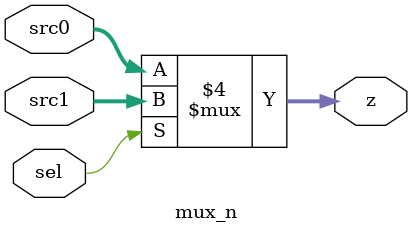
<source format=v>
module mux_n (sel, src0, src1, z);
  parameter integer n = 32;
  input sel;
  input [n-1:0] src0;
  input [n-1:0] src1;
  output reg [n-1:0] z;


  always @(sel or src0 or src1)
      begin
        if (sel == 1'b0) z <= src0;
        else z <= src1;
      end

endmodule

</source>
